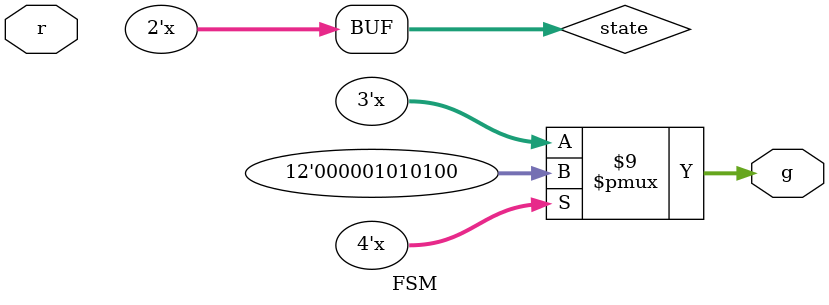
<source format=v>
module FSM(input [2:0] r,
    output reg [2:0] g);
    reg [1:0] state;

    always @(r) begin
        case(state)
            0: begin
                if (r[0]==1)
                    state = 2'b01;
                else if (r[1]==1)
                    state = 2'b10;
                else if (r[2]==1)
                    state = 2'b11;
            end
            1: begin
                if (r[0]==0)
                    state = 2'b00;
            end
            2: begin
                if (r[1]==0)
                    state = 2'b00;
            end
            3: begin
                if (r[2]==0)
                    state = 2'b00;
            end
        endcase
    end

    always @(state) begin
        case(state)
            0: g = 3'b000;
            1: g = 3'b001;
            2: g = 3'b010;
            3: g = 3'b100;
        endcase
    end
endmodule
</source>
